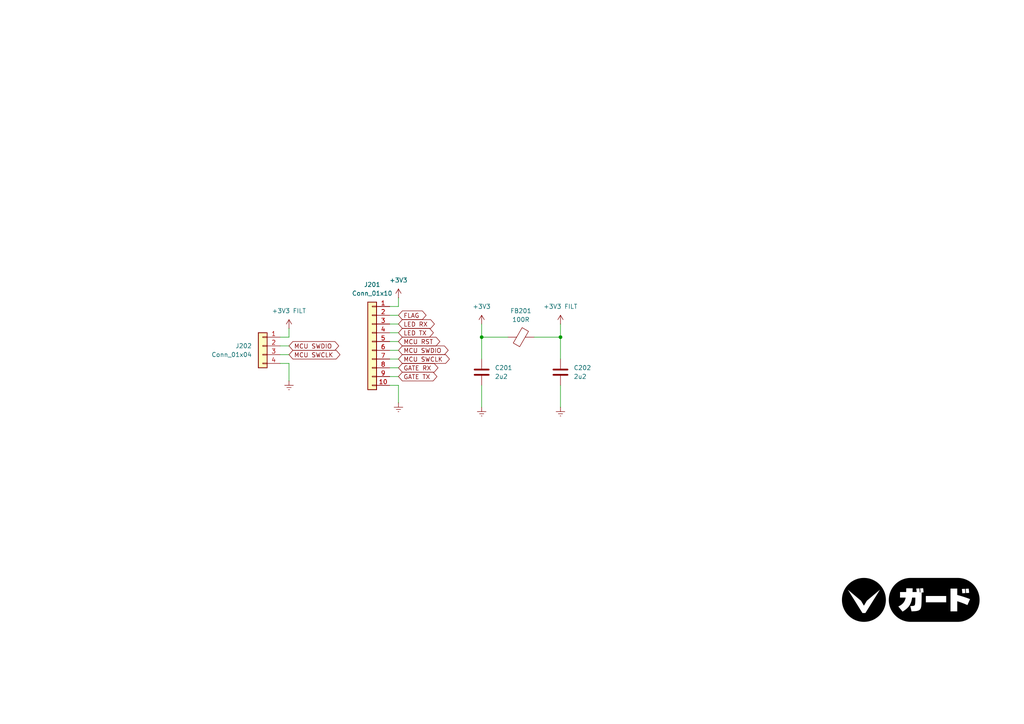
<source format=kicad_sch>
(kicad_sch (version 20250114) (generator "eeschema") (generator_version "9.0")
  (paper "A4")
  (title_block (title "Connections") (date "2024-08-01") (company "Sentinels Robotics") (comment 1 "Created By: Vincent Cayadi"))
  (lib_symbols
    (symbol "Connector_Generic:Conn_01x04" (pin_names (offset 1.016) (hide yes))
      (property "Reference" "J" (at 0 5.08 0))
      (property "Value" "Conn_01x04" (at 0 -7.62 0))
      (symbol "Conn_01x04_1_1"
        (rectangle (start -1.27 3.81) (end 1.27 -6.35) (stroke (width 0.254)) (fill (type background)))
        (rectangle (start -1.27 2.667) (end 0 2.413) (stroke (width 0.1524)))
        (rectangle (start -1.27 0.127) (end 0 -0.127) (stroke (width 0.1524)))
        (rectangle (start -1.27 -2.413) (end 0 -2.667) (stroke (width 0.1524)))
        (rectangle (start -1.27 -4.953) (end 0 -5.207) (stroke (width 0.1524)))
        (pin passive line (at -5.08 2.54 0) (length 3.81) (name "Pin_1") (number "1"))
        (pin passive line (at -5.08 0 0) (length 3.81) (name "Pin_2") (number "2"))
        (pin passive line (at -5.08 -2.54 0) (length 3.81) (name "Pin_3") (number "3"))
        (pin passive line (at -5.08 -5.08 0) (length 3.81) (name "Pin_4") (number "4"))
      )
    )
    (symbol "Connector_Generic:Conn_01x10" (pin_names (offset 1.016) (hide yes))
      (property "Reference" "J" (at 0 12.7 0))
      (property "Value" "Conn_01x10" (at 0 -15.24 0))
      (symbol "Conn_01x10_1_1"
        (rectangle (start -1.27 11.43) (end 1.27 -13.97) (stroke (width 0.254)) (fill (type background)))
        (rectangle (start -1.27 10.287) (end 0 10.033) (stroke (width 0.1524)))
        (rectangle (start -1.27 7.747) (end 0 7.493) (stroke (width 0.1524)))
        (rectangle (start -1.27 5.207) (end 0 4.953) (stroke (width 0.1524)))
        (rectangle (start -1.27 2.667) (end 0 2.413) (stroke (width 0.1524)))
        (rectangle (start -1.27 0.127) (end 0 -0.127) (stroke (width 0.1524)))
        (rectangle (start -1.27 -2.413) (end 0 -2.667) (stroke (width 0.1524)))
        (rectangle (start -1.27 -4.953) (end 0 -5.207) (stroke (width 0.1524)))
        (rectangle (start -1.27 -7.493) (end 0 -7.747) (stroke (width 0.1524)))
        (rectangle (start -1.27 -10.033) (end 0 -10.287) (stroke (width 0.1524)))
        (rectangle (start -1.27 -12.573) (end 0 -12.827) (stroke (width 0.1524)))
        (pin passive line (at -5.08 10.16 0) (length 3.81) (name "Pin_1") (number "1"))
        (pin passive line (at -5.08 7.62 0) (length 3.81) (name "Pin_2") (number "2"))
        (pin passive line (at -5.08 5.08 0) (length 3.81) (name "Pin_3") (number "3"))
        (pin passive line (at -5.08 2.54 0) (length 3.81) (name "Pin_4") (number "4"))
        (pin passive line (at -5.08 0 0) (length 3.81) (name "Pin_5") (number "5"))
        (pin passive line (at -5.08 -2.54 0) (length 3.81) (name "Pin_6") (number "6"))
        (pin passive line (at -5.08 -5.08 0) (length 3.81) (name "Pin_7") (number "7"))
        (pin passive line (at -5.08 -7.62 0) (length 3.81) (name "Pin_8") (number "8"))
        (pin passive line (at -5.08 -10.16 0) (length 3.81) (name "Pin_9") (number "9"))
        (pin passive line (at -5.08 -12.7 0) (length 3.81) (name "Pin_10") (number "10"))
      )
    )
    (symbol "Device:C" (pin_numbers (hide yes)) (pin_names (offset 0.254))
      (property "Reference" "C" (at 0.635 2.54 0))
      (property "Value" "C" (at 0.635 -2.54 0))
      (symbol "C_0_1"
        (polyline (pts (xy -2.032 0.762) (xy 2.032 0.762)) (stroke (width 0.508)))
        (polyline (pts (xy -2.032 -0.762) (xy 2.032 -0.762)) (stroke (width 0.508)))
      )
      (symbol "C_1_1"
        (pin passive line (at 0 3.81 270) (length 2.794) (name "~") (number "1"))
        (pin passive line (at 0 -3.81 90) (length 2.794) (name "~") (number "2"))
      )
    )
    (symbol "Device:FerriteBead" (pin_numbers (hide yes)) (pin_names (offset 0))
      (property "Reference" "FB" (at -3.81 0.635 90))
      (property "Value" "FerriteBead" (at 3.81 0 90))
      (symbol "FerriteBead_0_1"
        (polyline (pts (xy -2.7686 0.4064) (xy -1.7018 2.2606) (xy 2.7686 -0.3048) (xy 1.6764 -2.159) (xy -2.7686 0.4064)))
        (polyline (pts (xy 0 1.27) (xy 0 1.2954)))
        (polyline (pts (xy 0 -1.27) (xy 0 -1.2192)))
      )
      (symbol "FerriteBead_1_1"
        (pin passive line (at 0 3.81 270) (length 2.54) (name "~") (number "1"))
        (pin passive line (at 0 -3.81 90) (length 2.54) (name "~") (number "2"))
      )
    )
    (symbol "power:+3V3" (power) (pin_numbers (hide yes)) (pin_names (offset 0) (hide yes))
      (property "Value" "+3V3" (at 0 3.556 0))
      (symbol "+3V3_0_1"
        (polyline (pts (xy -0.762 1.27) (xy 0 2.54)))
        (polyline (pts (xy 0 2.54) (xy 0.762 1.27)))
        (polyline (pts (xy 0 0) (xy 0 2.54)))
      )
      (symbol "+3V3_1_1"
        (pin power_in line (at 0 0 90) (length 0) (name "~") (number "1"))
      )
    )
    (symbol "power:GNDREF" (power) (pin_numbers (hide yes)) (pin_names (offset 0) (hide yes))
      (property "Value" "GNDREF" (at 0 -3.81 0))
      (symbol "GNDREF_0_1"
        (polyline (pts (xy -0.635 -1.905) (xy 0.635 -1.905)))
        (polyline (pts (xy -0.127 -2.54) (xy 0.127 -2.54)))
        (polyline (pts (xy 0 -1.27) (xy 0 0)))
        (polyline (pts (xy 1.27 -1.27) (xy -1.27 -1.27)))
      )
      (symbol "GNDREF_1_1"
        (pin power_in line (at 0 0 270) (length 0) (name "~") (number "1"))
      )
    )
  )
  (junction (at 162.56 97.79))
  (junction (at 139.7 97.79))
  (wire (pts (xy 83.82 105.41) (xy 83.82 110.49)))
  (wire (pts (xy 115.57 111.76) (xy 115.57 116.84)))
  (wire (pts (xy 83.82 102.87) (xy 81.28 102.87)))
  (wire (pts (xy 115.57 86.36) (xy 115.57 88.9)))
  (wire (pts (xy 81.28 97.79) (xy 83.82 97.79)))
  (wire (pts (xy 83.82 100.33) (xy 81.28 100.33)))
  (wire (pts (xy 115.57 96.52) (xy 113.03 96.52)))
  (wire (pts (xy 115.57 101.6) (xy 113.03 101.6)))
  (wire (pts (xy 139.7 97.79) (xy 147.32 97.79)))
  (wire (pts (xy 115.57 106.68) (xy 113.03 106.68)))
  (wire (pts (xy 113.03 111.76) (xy 115.57 111.76)))
  (wire (pts (xy 83.82 95.25) (xy 83.82 97.79)))
  (wire (pts (xy 81.28 105.41) (xy 83.82 105.41)))
  (wire (pts (xy 115.57 99.06) (xy 113.03 99.06)))
  (wire (pts (xy 113.03 88.9) (xy 115.57 88.9)))
  (wire (pts (xy 154.94 97.79) (xy 162.56 97.79)))
  (wire (pts (xy 115.57 104.14) (xy 113.03 104.14)))
  (wire (pts (xy 162.56 111.76) (xy 162.56 118.11)))
  (wire (pts (xy 162.56 97.79) (xy 162.56 104.14)))
  (wire (pts (xy 115.57 91.44) (xy 113.03 91.44)))
  (wire (pts (xy 139.7 93.98) (xy 139.7 97.79)))
  (wire (pts (xy 139.7 97.79) (xy 139.7 104.14)))
  (wire (pts (xy 139.7 111.76) (xy 139.7 118.11)))
  (wire (pts (xy 115.57 109.22) (xy 113.03 109.22)))
  (wire (pts (xy 162.56 93.98) (xy 162.56 97.79)))
  (wire (pts (xy 115.57 93.98) (xy 113.03 93.98)))
  (image (at 264.16 173.99) (scale 0.133286))
  (global_label "GATE RX" (shape bidirectional) (at 115.57 106.68 0) (property "Intersheetrefs" "${INTERSHEET_REFS}" (effects (hide yes))))
  (global_label "MCU RST" (shape bidirectional) (at 115.57 99.06 0) (property "Intersheetrefs" "${INTERSHEET_REFS}" (effects (hide yes))))
  (global_label "MCU SWCLK" (shape bidirectional) (at 115.57 104.14 0) (property "Intersheetrefs" "${INTERSHEET_REFS}" (effects (hide yes))))
  (global_label "FLAG" (shape bidirectional) (at 115.57 91.44 0) (property "Intersheetrefs" "${INTERSHEET_REFS}" (effects (hide yes))))
  (global_label "MCU SWDIO" (shape bidirectional) (at 83.82 100.33 0) (property "Intersheetrefs" "${INTERSHEET_REFS}" (effects (hide yes))))
  (global_label "MCU SWDIO" (shape bidirectional) (at 115.57 101.6 0) (property "Intersheetrefs" "${INTERSHEET_REFS}" (effects (hide yes))))
  (global_label "LED TX" (shape bidirectional) (at 115.57 96.52 0) (property "Intersheetrefs" "${INTERSHEET_REFS}" (effects (hide yes))))
  (global_label "LED RX" (shape bidirectional) (at 115.57 93.98 0) (property "Intersheetrefs" "${INTERSHEET_REFS}" (effects (hide yes))))
  (global_label "MCU SWCLK" (shape bidirectional) (at 83.82 102.87 0) (property "Intersheetrefs" "${INTERSHEET_REFS}" (effects (hide yes))))
  (global_label "GATE TX" (shape bidirectional) (at 115.57 109.22 0) (property "Intersheetrefs" "${INTERSHEET_REFS}" (effects (hide yes))))
  (symbol (lib_id "power:+3V3") (at 83.82 95.25 0) (unit 1)
    (property "Reference" "#PWR0227" (effects (hide yes)))
    (property "Value" "+3V3 FILT" (at 83.82 90.17 0))
    (property "Description" "Power symbol creates a global label with name \"+3V3\"" (effects (hide yes)))
  )
  (symbol (lib_id "power:+3V3") (at 115.57 86.36 0) (unit 1)
    (property "Reference" "#PWR0201" (effects (hide yes)))
    (property "Value" "+3V3" (at 115.57 81.28 0))
    (property "Description" "Power symbol creates a global label with name \"+3V3\"" (effects (hide yes)))
  )
  (symbol (lib_id "power:+3V3") (at 139.7 93.98 0) (unit 1)
    (property "Reference" "#PWR0202" (effects (hide yes)))
    (property "Value" "+3V3" (at 139.7 88.9 0))
    (property "Description" "Power symbol creates a global label with name \"+3V3\"" (effects (hide yes)))
  )
  (symbol (lib_id "Device:C") (at 139.7 107.95 0) (mirror y) (unit 1)
    (property "Reference" "C201" (at 143.51 106.6799 0) (effects (justify right)))
    (property "Value" "2u2" (at 143.51 109.2199 0) (effects (justify right)))
    (property "Footprint" "Library:cap0603" (effects (hide yes)))
    (property "Description" "Unpolarized capacitor" (effects (hide yes)))
  )
  (symbol (lib_id "Connector_Generic:Conn_01x10") (at 107.95 99.06 0) (mirror y) (unit 1)
    (property "Reference" "J201" (at 107.95 82.55 0))
    (property "Value" "Conn_01x10" (at 107.95 85.09 0))
    (property "Footprint" "Library:526101071" (effects (hide yes)))
    (property "Description" "Generic connector, single row, 01x10, script generated (kicad-library-utils/schlib/autogen/connector/)" (effects (hide yes)))
  )
  (symbol (lib_id "power:GNDREF") (at 115.57 116.84 0) (unit 1)
    (property "Reference" "#PWR0204" (effects (hide yes)))
    (property "Value" "GNDREF" (effects (hide yes)))
    (property "Description" "Power symbol creates a global label with name \"GNDREF\" , reference supply ground" (effects (hide yes)))
  )
  (symbol (lib_id "Connector_Generic:Conn_01x04") (at 76.2 100.33 0) (mirror y) (unit 1)
    (property "Reference" "J202" (at 73.0798 100.3299 0) (effects (justify left)))
    (property "Value" "Conn_01x04" (at 73.0798 102.8699 0) (effects (justify left)))
    (property "Footprint" "Connector_PinHeader_2.54mm:PinHeader_1x04_P2.54mm_Vertical" (effects (hide yes)))
    (property "Description" "Generic connector, single row, 01x04, script generated (kicad-library-utils/schlib/autogen/connector/)" (effects (hide yes)))
  )
  (symbol (lib_id "power:GNDREF") (at 139.7 118.11 0) (unit 1)
    (property "Reference" "#PWR0205" (effects (hide yes)))
    (property "Value" "GNDREF" (effects (hide yes)))
    (property "Description" "Power symbol creates a global label with name \"GNDREF\" , reference supply ground" (effects (hide yes)))
  )
  (symbol (lib_id "power:GNDREF") (at 162.56 118.11 0) (unit 1)
    (property "Reference" "#PWR0206" (effects (hide yes)))
    (property "Value" "GNDREF" (effects (hide yes)))
    (property "Description" "Power symbol creates a global label with name \"GNDREF\" , reference supply ground" (effects (hide yes)))
  )
  (symbol (lib_id "power:+3V3") (at 162.56 93.98 0) (unit 1)
    (property "Reference" "#PWR0203" (effects (hide yes)))
    (property "Value" "+3V3 FILT" (at 162.56 88.9 0))
    (property "Description" "Power symbol creates a global label with name \"+3V3\"" (effects (hide yes)))
  )
  (symbol (lib_id "Device:FerriteBead") (at 151.13 97.79 90) (unit 1)
    (property "Reference" "FB201" (at 151.0792 90.17 90))
    (property "Value" "100R" (at 151.0792 92.71 90))
    (property "Footprint" "Library:fb0805" (effects (hide yes)))
    (property "Description" "Ferrite bead" (effects (hide yes)))
  )
  (symbol (lib_id "Device:C") (at 162.56 107.95 0) (mirror y) (unit 1)
    (property "Reference" "C202" (at 166.37 106.6799 0) (effects (justify right)))
    (property "Value" "2u2" (at 166.37 109.2199 0) (effects (justify right)))
    (property "Footprint" "Library:cap0603" (effects (hide yes)))
    (property "Description" "Unpolarized capacitor" (effects (hide yes)))
  )
  (symbol (lib_id "power:GNDREF") (at 83.82 110.49 0) (unit 1)
    (property "Reference" "#PWR0228" (effects (hide yes)))
    (property "Value" "GNDREF" (effects (hide yes)))
    (property "Description" "Power symbol creates a global label with name \"GNDREF\" , reference supply ground" (effects (hide yes)))
  )
)
</source>
